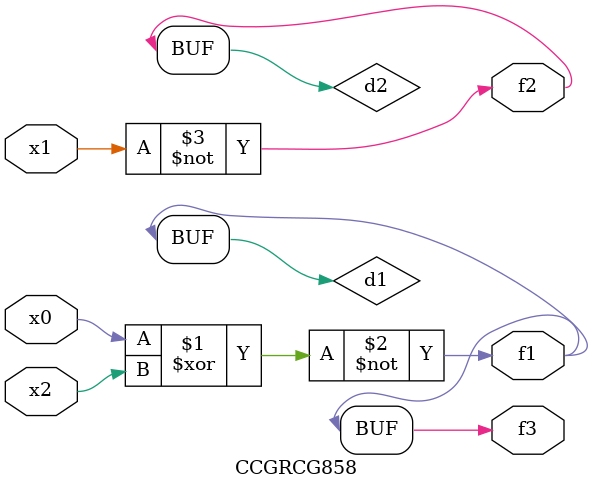
<source format=v>
module CCGRCG858(
	input x0, x1, x2,
	output f1, f2, f3
);

	wire d1, d2, d3;

	xnor (d1, x0, x2);
	nand (d2, x1);
	nor (d3, x1, x2);
	assign f1 = d1;
	assign f2 = d2;
	assign f3 = d1;
endmodule

</source>
